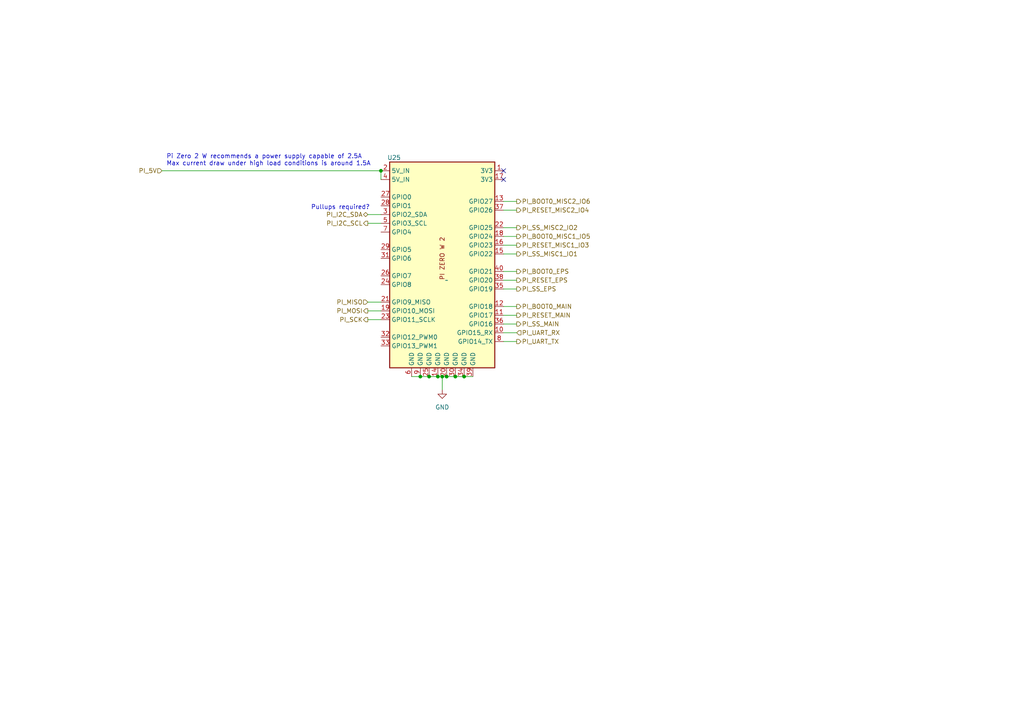
<source format=kicad_sch>
(kicad_sch (version 20230121) (generator eeschema)

  (uuid 848eee62-28d9-4ae9-bafe-96d69e3b98ad)

  (paper "A4")

  (title_block
    (date "2024-01-18")
    (rev "1")
    (company "Electronic Systems Laboratory")
  )

  (lib_symbols
    (symbol "ESLGSU_Parts_Lib:PI_ZERO_2_W" (in_bom yes) (on_board yes)
      (property "Reference" "U" (at -13.97 34.29 0)
        (effects (font (size 1.27 1.27)))
      )
      (property "Value" "" (at 1.27 -5.08 0)
        (effects (font (size 1.27 1.27)))
      )
      (property "Footprint" "ESLGSU_Parts_Lib:PI_ZERO_2_W" (at 2.54 34.29 0)
        (effects (font (size 1.27 1.27)) hide)
      )
      (property "Datasheet" "" (at 1.27 -5.08 0)
        (effects (font (size 1.27 1.27)) hide)
      )
      (symbol "PI_ZERO_2_W_1_1"
        (rectangle (start -15.24 33.02) (end 15.24 -26.67)
          (stroke (width 0.3) (type default))
          (fill (type background))
        )
        (text "PI ZERO W 2" (at 0 5.08 900)
          (effects (font (size 1.27 1.27)))
        )
        (pin power_out line (at 17.78 30.48 180) (length 2.54)
          (name "3V3" (effects (font (size 1.27 1.27))))
          (number "1" (effects (font (size 1.27 1.27))))
        )
        (pin bidirectional line (at 17.78 -16.51 180) (length 2.54)
          (name "GPIO15_RX" (effects (font (size 1.27 1.27))))
          (number "10" (effects (font (size 1.27 1.27))))
        )
        (pin bidirectional line (at 17.78 -11.43 180) (length 2.54)
          (name "GPIO17" (effects (font (size 1.27 1.27))))
          (number "11" (effects (font (size 1.27 1.27))))
        )
        (pin bidirectional line (at 17.78 -8.89 180) (length 2.54)
          (name "GPIO18" (effects (font (size 1.27 1.27))))
          (number "12" (effects (font (size 1.27 1.27))))
        )
        (pin bidirectional line (at 17.78 21.59 180) (length 2.54)
          (name "GPIO27" (effects (font (size 1.27 1.27))))
          (number "13" (effects (font (size 1.27 1.27))))
        )
        (pin power_in line (at -1.27 -29.21 90) (length 2.54)
          (name "GND" (effects (font (size 1.27 1.27))))
          (number "14" (effects (font (size 1.27 1.27))))
        )
        (pin bidirectional line (at 17.78 6.35 180) (length 2.54)
          (name "GPIO22" (effects (font (size 1.27 1.27))))
          (number "15" (effects (font (size 1.27 1.27))))
        )
        (pin bidirectional line (at 17.78 8.89 180) (length 2.54)
          (name "GPIO23" (effects (font (size 1.27 1.27))))
          (number "16" (effects (font (size 1.27 1.27))))
        )
        (pin power_out line (at 17.78 27.94 180) (length 2.54)
          (name "3V3" (effects (font (size 1.27 1.27))))
          (number "17" (effects (font (size 1.27 1.27))))
        )
        (pin bidirectional line (at 17.78 11.43 180) (length 2.54)
          (name "GPIO24" (effects (font (size 1.27 1.27))))
          (number "18" (effects (font (size 1.27 1.27))))
        )
        (pin bidirectional line (at -17.78 -10.16 0) (length 2.54)
          (name "GPIO10_MOSI" (effects (font (size 1.27 1.27))))
          (number "19" (effects (font (size 1.27 1.27))))
        )
        (pin power_in line (at -17.78 30.48 0) (length 2.54)
          (name "5V_IN" (effects (font (size 1.27 1.27))))
          (number "2" (effects (font (size 1.27 1.27))))
        )
        (pin power_in line (at 1.27 -29.21 90) (length 2.54)
          (name "GND" (effects (font (size 1.27 1.27))))
          (number "20" (effects (font (size 1.27 1.27))))
        )
        (pin bidirectional line (at -17.78 -7.62 0) (length 2.54)
          (name "GPIO9_MISO" (effects (font (size 1.27 1.27))))
          (number "21" (effects (font (size 1.27 1.27))))
        )
        (pin bidirectional line (at 17.78 13.97 180) (length 2.54)
          (name "GPIO25" (effects (font (size 1.27 1.27))))
          (number "22" (effects (font (size 1.27 1.27))))
        )
        (pin bidirectional line (at -17.78 -12.7 0) (length 2.54)
          (name "GPIO11_SCLK" (effects (font (size 1.27 1.27))))
          (number "23" (effects (font (size 1.27 1.27))))
        )
        (pin bidirectional line (at -17.78 -2.54 0) (length 2.54)
          (name "GPIO8" (effects (font (size 1.27 1.27))))
          (number "24" (effects (font (size 1.27 1.27))))
        )
        (pin power_in line (at -3.81 -29.21 90) (length 2.54)
          (name "GND" (effects (font (size 1.27 1.27))))
          (number "25" (effects (font (size 1.27 1.27))))
        )
        (pin bidirectional line (at -17.78 0 0) (length 2.54)
          (name "GPIO7" (effects (font (size 1.27 1.27))))
          (number "26" (effects (font (size 1.27 1.27))))
        )
        (pin bidirectional line (at -17.78 22.86 0) (length 2.54)
          (name "GPIO0" (effects (font (size 1.27 1.27))))
          (number "27" (effects (font (size 1.27 1.27))))
        )
        (pin bidirectional line (at -17.78 20.32 0) (length 2.54)
          (name "GPIO1" (effects (font (size 1.27 1.27))))
          (number "28" (effects (font (size 1.27 1.27))))
        )
        (pin bidirectional line (at -17.78 7.62 0) (length 2.54)
          (name "GPIO5" (effects (font (size 1.27 1.27))))
          (number "29" (effects (font (size 1.27 1.27))))
        )
        (pin bidirectional line (at -17.78 17.78 0) (length 2.54)
          (name "GPIO2_SDA" (effects (font (size 1.27 1.27))))
          (number "3" (effects (font (size 1.27 1.27))))
        )
        (pin power_in line (at 3.81 -29.21 90) (length 2.54)
          (name "GND" (effects (font (size 1.27 1.27))))
          (number "30" (effects (font (size 1.27 1.27))))
        )
        (pin bidirectional line (at -17.78 5.08 0) (length 2.54)
          (name "GPIO6" (effects (font (size 1.27 1.27))))
          (number "31" (effects (font (size 1.27 1.27))))
        )
        (pin bidirectional line (at -17.78 -17.78 0) (length 2.54)
          (name "GPIO12_PWM0" (effects (font (size 1.27 1.27))))
          (number "32" (effects (font (size 1.27 1.27))))
        )
        (pin bidirectional line (at -17.78 -20.32 0) (length 2.54)
          (name "GPIO13_PWM1" (effects (font (size 1.27 1.27))))
          (number "33" (effects (font (size 1.27 1.27))))
        )
        (pin power_in line (at 6.35 -29.21 90) (length 2.54)
          (name "GND" (effects (font (size 1.27 1.27))))
          (number "34" (effects (font (size 1.27 1.27))))
        )
        (pin bidirectional line (at 17.78 -3.81 180) (length 2.54)
          (name "GPIO19" (effects (font (size 1.27 1.27))))
          (number "35" (effects (font (size 1.27 1.27))))
        )
        (pin bidirectional line (at 17.78 -13.97 180) (length 2.54)
          (name "GPIO16" (effects (font (size 1.27 1.27))))
          (number "36" (effects (font (size 1.27 1.27))))
        )
        (pin bidirectional line (at 17.78 19.05 180) (length 2.54)
          (name "GPIO26" (effects (font (size 1.27 1.27))))
          (number "37" (effects (font (size 1.27 1.27))))
        )
        (pin bidirectional line (at 17.78 -1.27 180) (length 2.54)
          (name "GPIO20" (effects (font (size 1.27 1.27))))
          (number "38" (effects (font (size 1.27 1.27))))
        )
        (pin power_in line (at 8.89 -29.21 90) (length 2.54)
          (name "GND" (effects (font (size 1.27 1.27))))
          (number "39" (effects (font (size 1.27 1.27))))
        )
        (pin power_in line (at -17.78 27.94 0) (length 2.54)
          (name "5V_IN" (effects (font (size 1.27 1.27))))
          (number "4" (effects (font (size 1.27 1.27))))
        )
        (pin bidirectional line (at 17.78 1.27 180) (length 2.54)
          (name "GPIO21" (effects (font (size 1.27 1.27))))
          (number "40" (effects (font (size 1.27 1.27))))
        )
        (pin bidirectional line (at -17.78 15.24 0) (length 2.54)
          (name "GPIO3_SCL" (effects (font (size 1.27 1.27))))
          (number "5" (effects (font (size 1.27 1.27))))
        )
        (pin power_in line (at -8.89 -29.21 90) (length 2.54)
          (name "GND" (effects (font (size 1.27 1.27))))
          (number "6" (effects (font (size 1.27 1.27))))
        )
        (pin bidirectional line (at -17.78 12.7 0) (length 2.54)
          (name "GPIO4" (effects (font (size 1.27 1.27))))
          (number "7" (effects (font (size 1.27 1.27))))
        )
        (pin bidirectional line (at 17.78 -19.05 180) (length 2.54)
          (name "GPIO14_TX" (effects (font (size 1.27 1.27))))
          (number "8" (effects (font (size 1.27 1.27))))
        )
        (pin power_in line (at -6.35 -29.21 90) (length 2.54)
          (name "GND" (effects (font (size 1.27 1.27))))
          (number "9" (effects (font (size 1.27 1.27))))
        )
      )
    )
    (symbol "power:GND" (power) (pin_names (offset 0)) (in_bom yes) (on_board yes)
      (property "Reference" "#PWR" (at 0 -6.35 0)
        (effects (font (size 1.27 1.27)) hide)
      )
      (property "Value" "GND" (at 0 -3.81 0)
        (effects (font (size 1.27 1.27)))
      )
      (property "Footprint" "" (at 0 0 0)
        (effects (font (size 1.27 1.27)) hide)
      )
      (property "Datasheet" "" (at 0 0 0)
        (effects (font (size 1.27 1.27)) hide)
      )
      (property "ki_keywords" "global power" (at 0 0 0)
        (effects (font (size 1.27 1.27)) hide)
      )
      (property "ki_description" "Power symbol creates a global label with name \"GND\" , ground" (at 0 0 0)
        (effects (font (size 1.27 1.27)) hide)
      )
      (symbol "GND_0_1"
        (polyline
          (pts
            (xy 0 0)
            (xy 0 -1.27)
            (xy 1.27 -1.27)
            (xy 0 -2.54)
            (xy -1.27 -1.27)
            (xy 0 -1.27)
          )
          (stroke (width 0) (type default))
          (fill (type none))
        )
      )
      (symbol "GND_1_1"
        (pin power_in line (at 0 0 270) (length 0) hide
          (name "GND" (effects (font (size 1.27 1.27))))
          (number "1" (effects (font (size 1.27 1.27))))
        )
      )
    )
  )

  (junction (at 121.92 109.22) (diameter 0) (color 0 0 0 0)
    (uuid 2ba6ecad-02db-4e7a-8da7-e5694f251310)
  )
  (junction (at 134.62 109.22) (diameter 0) (color 0 0 0 0)
    (uuid 422b734a-e057-48c8-a5b2-d5b79ba5cbf4)
  )
  (junction (at 127 109.22) (diameter 0) (color 0 0 0 0)
    (uuid 569a09c4-4aba-45f6-b6ee-4e98202634e7)
  )
  (junction (at 129.54 109.22) (diameter 0) (color 0 0 0 0)
    (uuid 64369d81-e3f9-46c3-ab59-aaf20f6ee067)
  )
  (junction (at 132.08 109.22) (diameter 0) (color 0 0 0 0)
    (uuid a7cf8937-92b5-4a0d-a1db-77957ad42372)
  )
  (junction (at 128.27 109.22) (diameter 0) (color 0 0 0 0)
    (uuid afe7a8d0-0b97-44f0-8b3d-da3cb3517b46)
  )
  (junction (at 110.49 49.53) (diameter 0) (color 0 0 0 0)
    (uuid d93bae9a-7712-46e8-837c-47d352149380)
  )
  (junction (at 124.46 109.22) (diameter 0) (color 0 0 0 0)
    (uuid f32f1efa-8f96-4b7e-8313-d5ab407662c8)
  )

  (no_connect (at 146.05 49.53) (uuid 094aa49c-c839-4872-a798-2f8bea330671))
  (no_connect (at 146.05 52.07) (uuid 6149166d-a88d-4296-8a49-ba8b180f63d7))

  (wire (pts (xy 149.86 60.96) (xy 146.05 60.96))
    (stroke (width 0) (type default))
    (uuid 17f0402a-7730-4fe7-860d-fc40cd60041c)
  )
  (wire (pts (xy 149.86 91.44) (xy 146.05 91.44))
    (stroke (width 0) (type default))
    (uuid 1baa008c-44cf-4f6f-9a1b-a98d8d518dfe)
  )
  (wire (pts (xy 129.54 109.22) (xy 132.08 109.22))
    (stroke (width 0) (type default))
    (uuid 1c9974f5-b13a-4602-b2c2-04234527ea10)
  )
  (wire (pts (xy 106.68 62.23) (xy 110.49 62.23))
    (stroke (width 0) (type default))
    (uuid 36f6b7a0-857e-4535-8ecc-1d6b071c5a04)
  )
  (wire (pts (xy 146.05 66.04) (xy 149.86 66.04))
    (stroke (width 0) (type default))
    (uuid 3a1dc274-0c5b-4ac8-9219-aaa1ae89f4df)
  )
  (wire (pts (xy 106.68 87.63) (xy 110.49 87.63))
    (stroke (width 0) (type default))
    (uuid 40f10b93-8c88-4743-8e2b-6c1b8619df3c)
  )
  (wire (pts (xy 149.86 88.9) (xy 146.05 88.9))
    (stroke (width 0) (type default))
    (uuid 4e975640-7fa7-4713-8787-677f33e905ff)
  )
  (wire (pts (xy 149.86 58.42) (xy 146.05 58.42))
    (stroke (width 0) (type default))
    (uuid 51e1ac15-9b38-4ee1-b277-a1eb914b03ae)
  )
  (wire (pts (xy 149.86 96.52) (xy 146.05 96.52))
    (stroke (width 0) (type default))
    (uuid 53417e13-c399-49d7-a092-5e36d5ed8dc8)
  )
  (wire (pts (xy 149.86 78.74) (xy 146.05 78.74))
    (stroke (width 0) (type default))
    (uuid 5382150c-4763-4a3c-822a-cba0e1c9204b)
  )
  (wire (pts (xy 128.27 109.22) (xy 128.27 113.03))
    (stroke (width 0) (type default))
    (uuid 5dcb25f7-6502-49ea-9753-9b670bd1eee2)
  )
  (wire (pts (xy 149.86 73.66) (xy 146.05 73.66))
    (stroke (width 0) (type default))
    (uuid 5f0c8e6f-9940-4236-bc9a-6d24478f926b)
  )
  (wire (pts (xy 149.86 83.82) (xy 146.05 83.82))
    (stroke (width 0) (type default))
    (uuid 67a772d5-e29b-4aea-b699-ca0715d50c66)
  )
  (wire (pts (xy 106.68 64.77) (xy 110.49 64.77))
    (stroke (width 0) (type default))
    (uuid 6d6cb7a5-73f5-4f26-b046-f3e42f7d2cba)
  )
  (wire (pts (xy 149.86 71.12) (xy 146.05 71.12))
    (stroke (width 0) (type default))
    (uuid 722857b2-0d66-4275-a31b-4896d98030e1)
  )
  (wire (pts (xy 110.49 49.53) (xy 110.49 52.07))
    (stroke (width 0) (type default))
    (uuid 8d38747b-6c95-4d03-8bcc-056d11eba322)
  )
  (wire (pts (xy 46.99 49.53) (xy 110.49 49.53))
    (stroke (width 0) (type default))
    (uuid 8db11c9a-93a2-4570-a856-6dd43f9dece7)
  )
  (wire (pts (xy 121.92 109.22) (xy 124.46 109.22))
    (stroke (width 0) (type default))
    (uuid 9a612c21-4fb9-477f-82ee-fc2407362bcb)
  )
  (wire (pts (xy 149.86 93.98) (xy 146.05 93.98))
    (stroke (width 0) (type default))
    (uuid 9f57010e-98da-47e8-93e6-399c6edb05e2)
  )
  (wire (pts (xy 106.68 90.17) (xy 110.49 90.17))
    (stroke (width 0) (type default))
    (uuid a1e114dc-c448-4430-a2ae-c676eee19aef)
  )
  (wire (pts (xy 128.27 109.22) (xy 129.54 109.22))
    (stroke (width 0) (type default))
    (uuid befdde49-d586-42a2-b0da-ca00c9a60e78)
  )
  (wire (pts (xy 127 109.22) (xy 128.27 109.22))
    (stroke (width 0) (type default))
    (uuid c3ed95bf-fff9-489f-b7e4-88cd4f6b465e)
  )
  (wire (pts (xy 132.08 109.22) (xy 134.62 109.22))
    (stroke (width 0) (type default))
    (uuid cb10aa10-2192-4879-9ffa-7dc87fd2376c)
  )
  (wire (pts (xy 124.46 109.22) (xy 127 109.22))
    (stroke (width 0) (type default))
    (uuid d7060775-731a-4057-a9df-b7cb698d3059)
  )
  (wire (pts (xy 119.38 109.22) (xy 121.92 109.22))
    (stroke (width 0) (type default))
    (uuid d71a5378-f14a-4926-9014-b965b873b835)
  )
  (wire (pts (xy 149.86 68.58) (xy 146.05 68.58))
    (stroke (width 0) (type default))
    (uuid d94dd99c-00f7-4058-bdcf-1c9b1b82eb07)
  )
  (wire (pts (xy 106.68 92.71) (xy 110.49 92.71))
    (stroke (width 0) (type default))
    (uuid df3635a1-1162-400e-8dd7-1e16d9d03f8e)
  )
  (wire (pts (xy 134.62 109.22) (xy 137.16 109.22))
    (stroke (width 0) (type default))
    (uuid e692d57e-3623-4f44-895b-0f130e367b5e)
  )
  (wire (pts (xy 149.86 81.28) (xy 146.05 81.28))
    (stroke (width 0) (type default))
    (uuid ede5e501-9397-4b4c-aded-9a8a413c3d20)
  )
  (wire (pts (xy 149.86 99.06) (xy 146.05 99.06))
    (stroke (width 0) (type default))
    (uuid f6098988-5c59-4ca1-91bc-7ba6c4c453a1)
  )

  (text "Pi Zero 2 W recommends a power supply capable of 2.5A\nMax current draw under high load conditions is around 1.5A\n"
    (at 48.26 48.26 0)
    (effects (font (size 1.27 1.27)) (justify left bottom))
    (uuid 4520fcfa-00b1-48c9-b1f9-a419ca59a99c)
  )
  (text "Pullups required?" (at 90.17 60.96 0)
    (effects (font (size 1.27 1.27)) (justify left bottom))
    (uuid 508d0220-fd03-42c4-addd-d308937509f4)
  )

  (hierarchical_label "PI_SCK" (shape output) (at 106.68 92.71 180) (fields_autoplaced)
    (effects (font (size 1.27 1.27)) (justify right))
    (uuid 011b7826-522c-4d50-a1e1-5ae5ca8d1e90)
  )
  (hierarchical_label "PI_MOSI" (shape output) (at 106.68 90.17 180) (fields_autoplaced)
    (effects (font (size 1.27 1.27)) (justify right))
    (uuid 13b9b5c3-28ca-4132-b628-d1a5567b7a3e)
  )
  (hierarchical_label "PI_RESET_MISC1_IO3" (shape output) (at 149.86 71.12 0) (fields_autoplaced)
    (effects (font (size 1.27 1.27)) (justify left))
    (uuid 17895abe-256f-4019-a62f-bf4495bb35b6)
  )
  (hierarchical_label "PI_RESET_MISC2_IO4" (shape output) (at 149.86 60.96 0) (fields_autoplaced)
    (effects (font (size 1.27 1.27)) (justify left))
    (uuid 1f35d4f5-94d6-46ed-add6-2dc01d037039)
  )
  (hierarchical_label "PI_BOOT0_MAIN" (shape output) (at 149.86 88.9 0) (fields_autoplaced)
    (effects (font (size 1.27 1.27)) (justify left))
    (uuid 22608c2c-14d9-45a4-bce1-fa1fa5ace106)
  )
  (hierarchical_label "PI_I2C_SCL" (shape output) (at 106.68 64.77 180) (fields_autoplaced)
    (effects (font (size 1.27 1.27)) (justify right))
    (uuid 46fd2fed-3b91-40e0-998c-af1e346ea388)
  )
  (hierarchical_label "PI_BOOT0_MISC2_IO6" (shape output) (at 149.86 58.42 0) (fields_autoplaced)
    (effects (font (size 1.27 1.27)) (justify left))
    (uuid 56a3cd20-dbc7-461a-bd96-9afceb1016d1)
  )
  (hierarchical_label "PI_5V" (shape input) (at 46.99 49.53 180) (fields_autoplaced)
    (effects (font (size 1.27 1.27)) (justify right))
    (uuid 6699c0bf-1bda-46e7-b42f-a2447596e065)
  )
  (hierarchical_label "PI_SS_EPS" (shape output) (at 149.86 83.82 0) (fields_autoplaced)
    (effects (font (size 1.27 1.27)) (justify left))
    (uuid 87ca862d-fd24-4c64-8c5d-01c4eecf49c0)
  )
  (hierarchical_label "PI_SS_MISC1_IO1" (shape output) (at 149.86 73.66 0) (fields_autoplaced)
    (effects (font (size 1.27 1.27)) (justify left))
    (uuid 8f521bc7-5f7b-473f-8c7e-9904d985ae9c)
  )
  (hierarchical_label "PI_MISO" (shape input) (at 106.68 87.63 180) (fields_autoplaced)
    (effects (font (size 1.27 1.27)) (justify right))
    (uuid a3cc7cd5-39ac-4587-9559-24ba93c9f484)
  )
  (hierarchical_label "PI_UART_TX" (shape output) (at 149.86 99.06 0) (fields_autoplaced)
    (effects (font (size 1.27 1.27)) (justify left))
    (uuid a41c866d-ce04-4ae8-8fbe-425de4bb97f7)
  )
  (hierarchical_label "PI_BOOT0_MISC1_IO5" (shape output) (at 149.86 68.58 0) (fields_autoplaced)
    (effects (font (size 1.27 1.27)) (justify left))
    (uuid ae4adb9d-6790-4aaa-b887-3be81a9ff177)
  )
  (hierarchical_label "PI_I2C_SDA" (shape bidirectional) (at 106.68 62.23 180) (fields_autoplaced)
    (effects (font (size 1.27 1.27)) (justify right))
    (uuid ae6e1849-e15b-411a-b4b3-4e0564727325)
  )
  (hierarchical_label "PI_RESET_EPS" (shape output) (at 149.86 81.28 0) (fields_autoplaced)
    (effects (font (size 1.27 1.27)) (justify left))
    (uuid af83ca63-d982-483e-a5de-ef80c9ce55e3)
  )
  (hierarchical_label "PI_RESET_MAIN" (shape output) (at 149.86 91.44 0) (fields_autoplaced)
    (effects (font (size 1.27 1.27)) (justify left))
    (uuid c30739d1-a3fc-4ed7-8a9b-315588d5a826)
  )
  (hierarchical_label "PI_SS_MISC2_IO2" (shape output) (at 149.86 66.04 0) (fields_autoplaced)
    (effects (font (size 1.27 1.27)) (justify left))
    (uuid d8796b2c-758f-4c46-a29c-25630a5101e9)
  )
  (hierarchical_label "PI_UART_RX" (shape input) (at 149.86 96.52 0) (fields_autoplaced)
    (effects (font (size 1.27 1.27)) (justify left))
    (uuid dd085d3c-b839-405d-9e84-3524e675f087)
  )
  (hierarchical_label "PI_BOOT0_EPS" (shape output) (at 149.86 78.74 0) (fields_autoplaced)
    (effects (font (size 1.27 1.27)) (justify left))
    (uuid e31f4fe3-0ded-432f-ae82-2bf2e2e60424)
  )
  (hierarchical_label "PI_SS_MAIN" (shape output) (at 149.86 93.98 0) (fields_autoplaced)
    (effects (font (size 1.27 1.27)) (justify left))
    (uuid fc9b515f-1e2c-48a1-93c1-708ce6644119)
  )

  (symbol (lib_id "power:GND") (at 128.27 113.03 0) (unit 1)
    (in_bom yes) (on_board yes) (dnp no) (fields_autoplaced)
    (uuid 04105b67-1a84-43c1-89a7-690a1bac01c5)
    (property "Reference" "#PWR071" (at 128.27 119.38 0)
      (effects (font (size 1.27 1.27)) hide)
    )
    (property "Value" "GND" (at 128.27 118.11 0)
      (effects (font (size 1.27 1.27)))
    )
    (property "Footprint" "" (at 128.27 113.03 0)
      (effects (font (size 1.27 1.27)) hide)
    )
    (property "Datasheet" "" (at 128.27 113.03 0)
      (effects (font (size 1.27 1.27)) hide)
    )
    (pin "1" (uuid 54c3ca64-dc19-402c-a878-1648e76e266d))
    (instances
      (project "ESLGSU"
        (path "/b556fa32-e0cb-409c-ac85-9f2ac606be79/4575163f-435f-415b-9bb1-45133d43422d"
          (reference "#PWR071") (unit 1)
        )
      )
    )
  )

  (symbol (lib_id "ESLGSU_Parts_Lib:PI_ZERO_2_W") (at 128.27 80.01 0) (unit 1)
    (in_bom yes) (on_board yes) (dnp no)
    (uuid 45166013-8a9e-4698-9836-317280bf45be)
    (property "Reference" "U25" (at 114.3 45.72 0)
      (effects (font (size 1.27 1.27)))
    )
    (property "Value" "~" (at 129.54 81.28 0)
      (effects (font (size 1.27 1.27)))
    )
    (property "Footprint" "ESLGSU_Parts_Lib:PI_ZERO_2_W" (at 129.54 81.28 0)
      (effects (font (size 1.27 1.27)) hide)
    )
    (property "Datasheet" "" (at 129.54 81.28 0)
      (effects (font (size 1.27 1.27)) hide)
    )
    (pin "1" (uuid 59c9bd29-fe4c-4f01-ad91-1f111a2bc594))
    (pin "10" (uuid 8831117e-f0f8-4465-b79c-d8be2fa3c94b))
    (pin "11" (uuid e54c4aa4-b400-43b5-894e-4cde77b1d0b1))
    (pin "12" (uuid 447b37b9-168a-4746-9a8d-eaeb2ace4061))
    (pin "13" (uuid e337ec68-3352-421a-ac8a-3a41232a918c))
    (pin "14" (uuid b751a4a0-7cac-491f-be9e-ebdc60a068ce))
    (pin "15" (uuid c9f959eb-254e-4b66-8555-74c1f7cdea2c))
    (pin "16" (uuid 582e5cb9-492a-403c-b8eb-58c094ec0566))
    (pin "17" (uuid cf898d02-54ef-491a-9ba7-ebad31807245))
    (pin "18" (uuid 48f211ce-6b11-4376-afb0-638587845ae2))
    (pin "19" (uuid 6b32c416-19e1-42bd-b133-0dfdbf3dd76a))
    (pin "2" (uuid 6118196f-f045-4e10-a66f-574bd5b4cd16))
    (pin "20" (uuid cea9975c-6fdc-4775-8893-aaa79ab3e945))
    (pin "21" (uuid 64c16e63-561e-43ee-a3e0-97b245b03266))
    (pin "22" (uuid da6429c5-e4ec-4b19-b186-94bcc09944ba))
    (pin "23" (uuid 7543a6cd-fb0a-4265-956a-3c1ba31e6975))
    (pin "24" (uuid 42ad390b-483a-4149-ba1d-4ba58b87d4ba))
    (pin "25" (uuid 042e5aaf-164f-4c74-a223-46ba75f46a81))
    (pin "26" (uuid 4832f245-6f77-42f6-bac5-b6c8a1dd5584))
    (pin "27" (uuid 44f2c71a-4d51-4c6a-bcdc-652e4b93aa07))
    (pin "28" (uuid bf9823f3-01fa-439a-9af4-617c185fba6d))
    (pin "29" (uuid cd4ed77c-871c-4dde-a07f-af3d23af6c38))
    (pin "3" (uuid 8b73a3d0-b711-4eee-bc6a-16f14fa7fa74))
    (pin "30" (uuid 4eb80097-1ba1-44a4-9946-df1427b742a0))
    (pin "31" (uuid fafdaa6a-2327-4877-af92-87badafbdbb8))
    (pin "32" (uuid e6de6caf-82d5-40b1-a5ad-339c8962857a))
    (pin "33" (uuid 83330e3a-56ad-48f6-a247-07a82efdc6a5))
    (pin "34" (uuid f52dc53f-eb5e-4480-979b-8547b53afef4))
    (pin "35" (uuid d14b5a8d-813b-4216-82e0-078d1f8a8773))
    (pin "36" (uuid c2e9cdd1-59a8-4b3c-a701-26fcec15f2fd))
    (pin "37" (uuid 5d061cd7-edc3-4485-bd64-58d2e40480b7))
    (pin "38" (uuid 18d426e5-dc18-4e37-8b21-29ab93b9e7c7))
    (pin "39" (uuid 904fd13d-69ac-46cd-9124-de79341a052a))
    (pin "4" (uuid 488cae9a-87a9-4ee7-bb6b-1f7cd4f14d70))
    (pin "40" (uuid 1c3988bd-d927-4796-bbbe-31071af55428))
    (pin "5" (uuid 186dbc04-6113-49be-bd0d-621f738517e0))
    (pin "6" (uuid 691cae74-320d-4006-8163-0ff908fc68c7))
    (pin "7" (uuid 24f8d666-5f65-451a-b910-08c7870ce706))
    (pin "8" (uuid 9bdee0d7-5a54-415d-9870-bbbee8dd09d8))
    (pin "9" (uuid 071b3522-1d15-4f79-bc5e-be5dd6760fd0))
    (instances
      (project "ESLGSU"
        (path "/b556fa32-e0cb-409c-ac85-9f2ac606be79/4575163f-435f-415b-9bb1-45133d43422d"
          (reference "U25") (unit 1)
        )
      )
    )
  )
)

</source>
